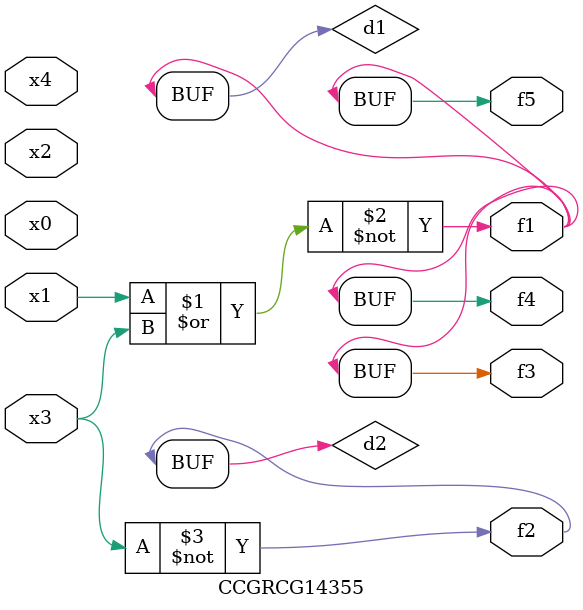
<source format=v>
module CCGRCG14355(
	input x0, x1, x2, x3, x4,
	output f1, f2, f3, f4, f5
);

	wire d1, d2;

	nor (d1, x1, x3);
	not (d2, x3);
	assign f1 = d1;
	assign f2 = d2;
	assign f3 = d1;
	assign f4 = d1;
	assign f5 = d1;
endmodule

</source>
